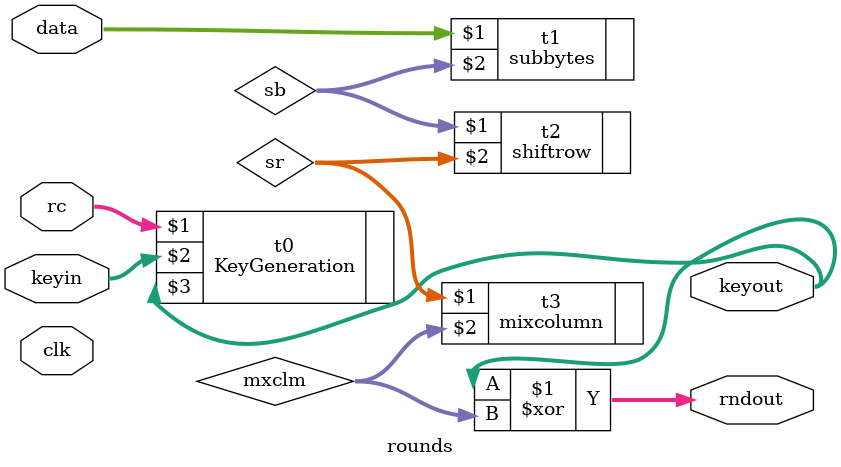
<source format=v>
`timescale 1ns / 1ps

module rounds(clk,rc,data,keyin,keyout,rndout);
input clk;
input [3:0]rc;
input [127:0]data;
input [127:0]keyin;
output [127:0]keyout;
output [127:0]rndout;

wire [127:0] sb,sr,mxclm;

KeyGeneration t0(rc,keyin,keyout);
subbytes t1(data,sb);
shiftrow t2(sb,sr);
mixcolumn t3(sr,mxclm);
assign rndout= keyout^mxclm;

endmodule

</source>
